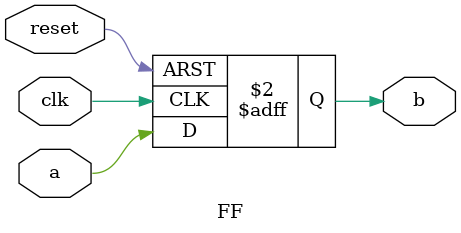
<source format=sv>
`timescale 1ns / 1ps


module FF(input logic clk,reset,
          input logic a,
          output logic b);
          
   always @(posedge clk or posedge reset) begin 
   if (reset) begin 
   b<=0;
   
   end
   
   else begin 
   b<=a;
   end
   end
          
endmodule

</source>
